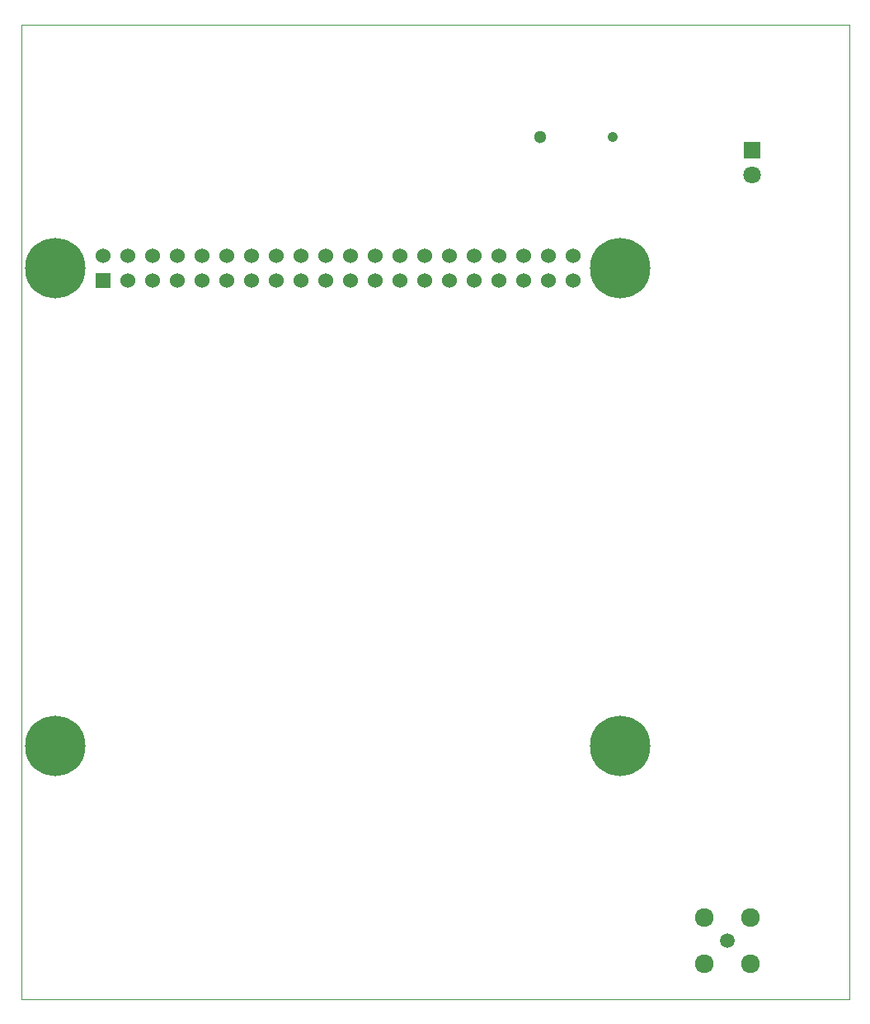
<source format=gbr>
%TF.GenerationSoftware,KiCad,Pcbnew,(6.0.7)*%
%TF.CreationDate,2022-10-30T05:00:52-05:00*%
%TF.ProjectId,GroundPCB,47726f75-6e64-4504-9342-2e6b69636164,1*%
%TF.SameCoordinates,Original*%
%TF.FileFunction,Soldermask,Bot*%
%TF.FilePolarity,Negative*%
%FSLAX46Y46*%
G04 Gerber Fmt 4.6, Leading zero omitted, Abs format (unit mm)*
G04 Created by KiCad (PCBNEW (6.0.7)) date 2022-10-30 05:00:52*
%MOMM*%
%LPD*%
G01*
G04 APERTURE LIST*
%TA.AperFunction,Profile*%
%ADD10C,0.100000*%
%TD*%
%ADD11C,6.200000*%
%ADD12C,1.524000*%
%ADD13R,1.524000X1.524000*%
%ADD14C,1.920000*%
%ADD15C,1.508000*%
%ADD16R,1.800000X1.800000*%
%ADD17C,1.800000*%
%ADD18C,1.300000*%
%ADD19C,1.050000*%
G04 APERTURE END LIST*
D10*
X100000000Y-53500000D02*
X185000000Y-53500000D01*
X185000000Y-53500000D02*
X185000000Y-153500000D01*
X185000000Y-153500000D02*
X100000000Y-153500000D01*
X100000000Y-153500000D02*
X100000000Y-53500000D01*
D11*
%TO.C,A1*%
X103500000Y-127500000D03*
X161500000Y-127500000D03*
X161500000Y-78500000D03*
X103500000Y-78500000D03*
D12*
X156630000Y-77230000D03*
X156630000Y-79770000D03*
X154090000Y-77230000D03*
X154090000Y-79770000D03*
X151550000Y-77230000D03*
X151550000Y-79770000D03*
X149010000Y-77230000D03*
X149010000Y-79770000D03*
X146470000Y-77230000D03*
X146470000Y-79770000D03*
X143930000Y-77230000D03*
X143930000Y-79770000D03*
X141390000Y-77230000D03*
X141390000Y-79770000D03*
X138850000Y-77230000D03*
X138850000Y-79770000D03*
X136310000Y-77230000D03*
X136310000Y-79770000D03*
X133770000Y-77230000D03*
X133770000Y-79770000D03*
X131230000Y-77230000D03*
X131230000Y-79770000D03*
X128690000Y-77230000D03*
X128690000Y-79770000D03*
X126150000Y-77230000D03*
X126150000Y-79770000D03*
X123610000Y-77230000D03*
X123610000Y-79770000D03*
X121070000Y-77230000D03*
X121070000Y-79770000D03*
X118530000Y-77230000D03*
X118530000Y-79770000D03*
X115990000Y-77230000D03*
X115990000Y-79770000D03*
X113450000Y-77230000D03*
X113450000Y-79770000D03*
X110910000Y-77230000D03*
X110910000Y-79770000D03*
X108370000Y-77230000D03*
D13*
X108370000Y-79770000D03*
%TD*%
D14*
%TO.C,J1*%
X174900000Y-145100000D03*
X174900000Y-149900000D03*
X170100000Y-149900000D03*
X170100000Y-145100000D03*
D15*
X172500000Y-147500000D03*
%TD*%
D16*
%TO.C,D1*%
X175000000Y-66381250D03*
D17*
X175000000Y-68921250D03*
%TD*%
D18*
%TO.C,BT1*%
X153275000Y-65000000D03*
D19*
X160725000Y-65000000D03*
%TD*%
M02*

</source>
